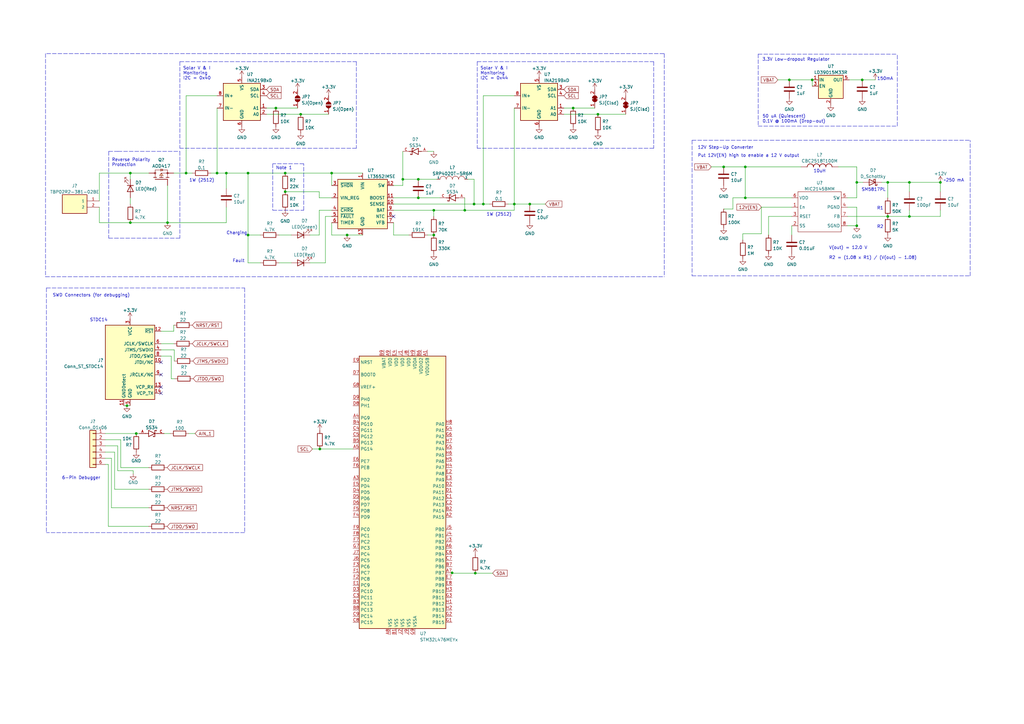
<source format=kicad_sch>
(kicad_sch (version 20211123) (generator eeschema)
  (paper "A3")
  (lib_symbols
    (symbol "AOD417:AOD417" (pin_numbers hide) (pin_names (offset 1.016) hide)
      (property "Reference" "Q" (at -8.89 3.81 0))
      (property "Value" "AOD417" (at -8.89 -6.35 0))
      (symbol "AOD417_0_0"
        (pin passive line (at -2.54 2.54 0) (length 2.54) (name "~") (number "1"))
        (pin passive line (at 2.54 5.08 270) (length 2.54) (name "~") (number "3"))
        (pin passive line (at 2.54 -5.08 90) (length 2.54) (name "~") (number "4"))
      )
    )
    (symbol "Analog_ADC:INA219BxD"
      (property "Reference" "U" (at -6.35 8.89 0))
      (property "Value" "INA219BxD" (at 5.08 8.89 0))
      (symbol "INA219BxD_1_1"
        (pin input line (at 10.16 -2.54 180) (length 2.54) (name "A1") (number "1"))
        (pin input line (at 10.16 -5.08 180) (length 2.54) (name "A0") (number "2"))
        (pin bidirectional line (at 10.16 5.08 180) (length 2.54) (name "SDA") (number "3"))
        (pin input line (at 10.16 2.54 180) (length 2.54) (name "SCL") (number "4"))
        (pin power_in line (at 0 10.16 270) (length 2.54) (name "VS") (number "5"))
        (pin power_in line (at 0 -10.16 90) (length 2.54) (name "GND") (number "6"))
        (pin input line (at -10.16 -2.54 0) (length 2.54) (name "IN-") (number "7"))
        (pin input line (at -10.16 2.54 0) (length 2.54) (name "IN+") (number "8"))
      )
    )
    (symbol "Battery_Management:LT3652IMSE" (pin_names (offset 1.016))
      (property "Reference" "U" (at -8.382 11.43 0))
      (property "Value" "LT3652IMSE" (at 1.778 11.684 0))
      (symbol "LT3652IMSE_1_1"
        (pin power_in line (at 0 12.7 270) (length 2.54) (name "VIN") (number "1"))
        (pin input line (at 12.7 0 180) (length 2.54) (name "SENSE") (number "10"))
        (pin input line (at 12.7 2.54 180) (length 2.54) (name "BOOST") (number "11"))
        (pin output line (at 12.7 7.62 180) (length 2.54) (name "SW") (number "12"))
        (pin power_in line (at 0 -12.7 90) (length 2.54) (name "GND") (number "13"))
        (pin input line (at -12.7 2.54 0) (length 2.54) (name "VIN_REG") (number "2"))
        (pin input line (at -12.7 7.62 0) (length 2.54) (name "~{SHDN}") (number "3"))
        (pin open_collector line (at -12.7 -2.54 0) (length 2.54) (name "~{CHRG}") (number "4"))
        (pin open_collector line (at -12.7 -5.08 0) (length 2.54) (name "~{FAULT}") (number "5"))
        (pin output line (at -12.7 -7.62 0) (length 2.54) (name "TIMER") (number "6"))
        (pin input line (at 12.7 -7.62 180) (length 2.54) (name "VFB") (number "7"))
        (pin input line (at 12.7 -5.08 180) (length 2.54) (name "NTC") (number "8"))
        (pin output line (at 12.7 -2.54 180) (length 2.54) (name "BAT") (number "9"))
      )
    )
    (symbol "CBC2518T100M:CBC2518T100M" (pin_numbers hide) (pin_names (offset 1.016) hide)
      (property "Reference" "L" (at -7.62 5.08 0))
      (property "Value" "CBC2518T100M" (at -7.62 2.54 0))
      (symbol "CBC2518T100M_0_0"
        (pin passive line (at -7.62 0 0) (length 2.54) (name "~") (number "1"))
        (pin passive line (at 7.62 0 180) (length 2.54) (name "~") (number "2"))
      )
    )
    (symbol "Connector:Conn_ST_STDC14"
      (property "Reference" "J" (at -8.89 16.51 0))
      (property "Value" "Conn_ST_STDC14" (at 17.78 16.51 0))
      (symbol "Conn_ST_STDC14_1_1"
        (pin no_connect line (at -10.16 5.08 0) (length 2.54) hide (name "NC") (number "1"))
        (pin output line (at 12.7 0 180) (length 2.54) (name "JTDI/NC") (number "10"))
        (pin passive line (at -2.54 -17.78 90) (length 2.54) (name "GNDDetect") (number "11"))
        (pin open_collector line (at 12.7 12.7 180) (length 2.54) (name "~{RST}") (number "12"))
        (pin output line (at 12.7 -10.16 180) (length 2.54) (name "VCP_RX") (number "13"))
        (pin input line (at 12.7 -12.7 180) (length 2.54) (name "VCP_TX") (number "14"))
        (pin no_connect line (at -10.16 2.54 0) (length 2.54) hide (name "NC") (number "2"))
        (pin power_in line (at 0 17.78 270) (length 2.54) (name "VCC") (number "3"))
        (pin bidirectional line (at 12.7 5.08 180) (length 2.54) (name "JTMS/SWDIO") (number "4"))
        (pin power_in line (at 0 -17.78 90) (length 2.54) (name "GND") (number "5"))
        (pin output line (at 12.7 7.62 180) (length 2.54) (name "JCLK/SWCLK") (number "6"))
        (pin passive line (at 0 -17.78 90) (length 2.54) hide (name "GND") (number "7"))
        (pin input line (at 12.7 2.54 180) (length 2.54) (name "JTDO/SWO") (number "8"))
        (pin input line (at 12.7 -5.08 180) (length 2.54) (name "JRCLK/NC") (number "9"))
      )
    )
    (symbol "Connector_Generic:Conn_01x06" (pin_names (offset 1.016) hide)
      (property "Reference" "J" (at 0 7.62 0))
      (property "Value" "Conn_01x06" (at 0 -10.16 0))
      (symbol "Conn_01x06_1_1"
        (pin passive line (at -5.08 5.08 0) (length 3.81) (name "Pin_1") (number "1"))
        (pin passive line (at -5.08 2.54 0) (length 3.81) (name "Pin_2") (number "2"))
        (pin passive line (at -5.08 0 0) (length 3.81) (name "Pin_3") (number "3"))
        (pin passive line (at -5.08 -2.54 0) (length 3.81) (name "Pin_4") (number "4"))
        (pin passive line (at -5.08 -5.08 0) (length 3.81) (name "Pin_5") (number "5"))
        (pin passive line (at -5.08 -7.62 0) (length 3.81) (name "Pin_6") (number "6"))
      )
    )
    (symbol "Device:C" (pin_numbers hide) (pin_names (offset 0.254))
      (property "Reference" "C" (at 0.635 2.54 0))
      (property "Value" "C" (at 0.635 -2.54 0))
      (symbol "C_1_1"
        (pin passive line (at 0 3.81 270) (length 2.794) (name "~") (number "1"))
        (pin passive line (at 0 -3.81 90) (length 2.794) (name "~") (number "2"))
      )
    )
    (symbol "Device:D_Schottky" (pin_numbers hide) (pin_names (offset 1.016) hide)
      (property "Reference" "D" (at 0 2.54 0))
      (property "Value" "D_Schottky" (at 0 -2.54 0))
      (symbol "D_Schottky_1_1"
        (pin passive line (at -3.81 0 0) (length 2.54) (name "K") (number "1"))
        (pin passive line (at 3.81 0 180) (length 2.54) (name "A") (number "2"))
      )
    )
    (symbol "Device:LED" (pin_numbers hide) (pin_names (offset 1.016) hide)
      (property "Reference" "D" (at 0 2.54 0))
      (property "Value" "LED" (at 0 -2.54 0))
      (symbol "LED_1_1"
        (pin passive line (at -3.81 0 0) (length 2.54) (name "K") (number "1"))
        (pin passive line (at 3.81 0 180) (length 2.54) (name "A") (number "2"))
      )
    )
    (symbol "Device:R" (pin_numbers hide) (pin_names (offset 0))
      (property "Reference" "R" (at 2.032 0 90))
      (property "Value" "R" (at 0 0 90))
      (symbol "R_1_1"
        (pin passive line (at 0 3.81 270) (length 1.27) (name "~") (number "1"))
        (pin passive line (at 0 -3.81 90) (length 1.27) (name "~") (number "2"))
      )
    )
    (symbol "Jumper:SolderJumper_2_Bridged" (pin_names (offset 0) hide)
      (property "Reference" "JP" (at 0 2.032 0))
      (property "Value" "SolderJumper_2_Bridged" (at 0 -2.54 0))
      (symbol "SolderJumper_2_Bridged_1_1"
        (pin passive line (at -3.81 0 0) (length 2.54) (name "A") (number "1"))
        (pin passive line (at 3.81 0 180) (length 2.54) (name "B") (number "2"))
      )
    )
    (symbol "Jumper:SolderJumper_2_Open" (pin_names (offset 0) hide)
      (property "Reference" "JP" (at 0 2.032 0))
      (property "Value" "SolderJumper_2_Open" (at 0 -2.54 0))
      (symbol "SolderJumper_2_Open_1_1"
        (pin passive line (at -3.81 0 0) (length 2.54) (name "A") (number "1"))
        (pin passive line (at 3.81 0 180) (length 2.54) (name "B") (number "2"))
      )
    )
    (symbol "MCU_ST_STM32L4:STM32L476MEYx"
      (property "Reference" "U" (at -17.78 57.15 0))
      (property "Value" "STM32L476MEYx" (at 12.7 57.15 0))
      (symbol "STM32L476MEYx_1_1"
        (pin power_in line (at 10.16 58.42 270) (length 2.54) (name "VDDUSB") (number "A1"))
        (pin bidirectional line (at 20.32 -10.16 180) (length 2.54) (name "PA15") (number "A2"))
        (pin bidirectional line (at -20.32 5.08 0) (length 2.54) (name "PD2") (number "A3"))
        (pin bidirectional line (at -20.32 30.48 0) (length 2.54) (name "PG9") (number "A4"))
        (pin bidirectional line (at -20.32 17.78 0) (length 2.54) (name "PG14") (number "A5"))
        (pin bidirectional line (at 20.32 -22.86 180) (length 2.54) (name "PB3") (number "A6"))
        (pin bidirectional line (at 20.32 -33.02 180) (length 2.54) (name "PB7") (number "A7"))
        (pin power_in line (at -5.08 -58.42 90) (length 2.54) (name "VSS") (number "A8"))
        (pin power_in line (at -5.08 58.42 270) (length 2.54) (name "VDD") (number "A9"))
        (pin power_in line (at -2.54 -58.42 90) (length 2.54) (name "VSS") (number "B1"))
        (pin bidirectional line (at 20.32 -7.62 180) (length 2.54) (name "PA14") (number "B2"))
        (pin bidirectional line (at -20.32 -45.72 0) (length 2.54) (name "PC12") (number "B3"))
        (pin bidirectional line (at -20.32 27.94 0) (length 2.54) (name "PG10") (number "B4"))
        (pin bidirectional line (at -20.32 20.32 0) (length 2.54) (name "PG13") (number "B5"))
        (pin power_in line (at 7.62 58.42 270) (length 2.54) (name "VDDIO2") (number "B6"))
        (pin bidirectional line (at 20.32 -30.48 180) (length 2.54) (name "PB6") (number "B7"))
        (pin bidirectional line (at -20.32 -48.26 0) (length 2.54) (name "PC13") (number "B8"))
        (pin power_in line (at -7.62 58.42 270) (length 2.54) (name "VBAT") (number "B9"))
        (pin bidirectional line (at 20.32 -2.54 180) (length 2.54) (name "PA12") (number "C1"))
        (pin bidirectional line (at 20.32 -5.08 180) (length 2.54) (name "PA13") (number "C2"))
        (pin bidirectional line (at -20.32 -43.18 0) (length 2.54) (name "PC11") (number "C3"))
        (pin bidirectional line (at -20.32 25.4 0) (length 2.54) (name "PG11") (number "C4"))
        (pin bidirectional line (at -20.32 22.86 0) (length 2.54) (name "PG12") (number "C5"))
        (pin bidirectional line (at 20.32 -25.4 180) (length 2.54) (name "PB4") (number "C6"))
        (pin bidirectional line (at 20.32 -27.94 180) (length 2.54) (name "PB5") (number "C7"))
        (pin bidirectional line (at -20.32 -53.34 0) (length 2.54) (name "PC15") (number "C8"))
        (pin bidirectional line (at -20.32 -50.8 0) (length 2.54) (name "PC14") (number "C9"))
        (pin bidirectional line (at 20.32 0 180) (length 2.54) (name "PA11") (number "D1"))
        (pin bidirectional line (at 20.32 2.54 180) (length 2.54) (name "PA10") (number "D2"))
        (pin bidirectional line (at -20.32 -40.64 0) (length 2.54) (name "PC10") (number "D3"))
        (pin bidirectional line (at -20.32 0 0) (length 2.54) (name "PD5") (number "D4"))
        (pin bidirectional line (at -20.32 -2.54 0) (length 2.54) (name "PD6") (number "D5"))
        (pin bidirectional line (at -20.32 -5.08 0) (length 2.54) (name "PD7") (number "D6"))
        (pin input line (at -20.32 48.26 0) (length 2.54) (name "BOOT0") (number "D7"))
        (pin input line (at -20.32 35.56 0) (length 2.54) (name "PH1") (number "D8"))
        (pin input line (at -20.32 38.1 0) (length 2.54) (name "PH0") (number "D9"))
        (pin bidirectional line (at -20.32 -38.1 0) (length 2.54) (name "PC9") (number "E1"))
        (pin bidirectional line (at 20.32 7.62 180) (length 2.54) (name "PA8") (number "E2"))
        (pin bidirectional line (at 20.32 5.08 180) (length 2.54) (name "PA9") (number "E3"))
        (pin power_in line (at -2.54 58.42 270) (length 2.54) (name "VDD") (number "E4"))
        (pin bidirectional line (at -20.32 2.54 0) (length 2.54) (name "PD4") (number "E5"))
        (pin bidirectional line (at -20.32 12.7 0) (length 2.54) (name "PE7") (number "E6"))
        (pin bidirectional line (at 20.32 -35.56 180) (length 2.54) (name "PB8") (number "E7"))
        (pin bidirectional line (at 20.32 -38.1 180) (length 2.54) (name "PB9") (number "E8"))
        (pin input line (at -20.32 53.34 0) (length 2.54) (name "NRST") (number "E9"))
        (pin bidirectional line (at -20.32 -33.02 0) (length 2.54) (name "PC7") (number "F1"))
        (pin bidirectional line (at -20.32 -35.56 0) (length 2.54) (name "PC8") (number "F2"))
        (pin bidirectional line (at -20.32 -30.48 0) (length 2.54) (name "PC6") (number "F3"))
        (pin bidirectional line (at -20.32 -10.16 0) (length 2.54) (name "PD9") (number "F4"))
        (pin bidirectional line (at -20.32 -7.62 0) (length 2.54) (name "PD8") (number "F5"))
        (pin bidirectional line (at -20.32 10.16 0) (length 2.54) (name "PE8") (number "F6"))
        (pin bidirectional line (at -20.32 -20.32 0) (length 2.54) (name "PC2") (number "F7"))
        (pin bidirectional line (at -20.32 -17.78 0) (length 2.54) (name "PC1") (number "F8"))
        (pin bidirectional line (at -20.32 -15.24 0) (length 2.54) (name "PC0") (number "F9"))
        (pin bidirectional line (at 20.32 -53.34 180) (length 2.54) (name "PB15") (number "G1"))
        (pin bidirectional line (at 20.32 -50.8 180) (length 2.54) (name "PB14") (number "G2"))
        (pin bidirectional line (at 20.32 -43.18 180) (length 2.54) (name "PB11") (number "G3"))
        (pin bidirectional line (at 20.32 25.4 180) (length 2.54) (name "PA1") (number "G4"))
        (pin bidirectional line (at 20.32 17.78 180) (length 2.54) (name "PA4") (number "G5"))
        (pin bidirectional line (at 20.32 22.86 180) (length 2.54) (name "PA2") (number "G6"))
        (pin bidirectional line (at -20.32 -22.86 0) (length 2.54) (name "PC3") (number "G7"))
        (pin bidirectional line (at -20.32 43.18 0) (length 2.54) (name "VREF+") (number "G8"))
        (pin power_in line (at 5.08 -58.42 90) (length 2.54) (name "VSSA") (number "G9"))
        (pin bidirectional line (at 20.32 -45.72 180) (length 2.54) (name "PB12") (number "H1"))
        (pin bidirectional line (at 20.32 -48.26 180) (length 2.54) (name "PB13") (number "H2"))
        (pin bidirectional line (at 20.32 -40.64 180) (length 2.54) (name "PB10") (number "H3"))
        (pin bidirectional line (at 20.32 10.16 180) (length 2.54) (name "PA7") (number "H4"))
        (pin bidirectional line (at 20.32 12.7 180) (length 2.54) (name "PA6") (number "H5"))
        (pin bidirectional line (at 20.32 15.24 180) (length 2.54) (name "PA5") (number "H6"))
        (pin bidirectional line (at 20.32 20.32 180) (length 2.54) (name "PA3") (number "H7"))
        (pin bidirectional line (at 20.32 27.94 180) (length 2.54) (name "PA0") (number "H8"))
        (pin power_in line (at 5.08 58.42 270) (length 2.54) (name "VDDA") (number "H9"))
        (pin power_in line (at 0 58.42 270) (length 2.54) (name "VDD") (number "J1"))
        (pin power_in line (at 0 -58.42 90) (length 2.54) (name "VSS") (number "J2"))
        (pin bidirectional line (at 20.32 -20.32 180) (length 2.54) (name "PB2") (number "J3"))
        (pin bidirectional line (at 20.32 -17.78 180) (length 2.54) (name "PB1") (number "J4"))
        (pin bidirectional line (at 20.32 -15.24 180) (length 2.54) (name "PB0") (number "J5"))
        (pin bidirectional line (at -20.32 -27.94 0) (length 2.54) (name "PC5") (number "J6"))
        (pin bidirectional line (at -20.32 -25.4 0) (length 2.54) (name "PC4") (number "J7"))
        (pin power_in line (at 2.54 58.42 270) (length 2.54) (name "VDD") (number "J8"))
        (pin power_in line (at 2.54 -58.42 90) (length 2.54) (name "VSS") (number "J9"))
      )
    )
    (symbol "MIC2145BMM:MIC2145BMM"
      (property "Reference" "U" (at 0 0 0))
      (property "Value" "MIC2145BMM" (at 0 0 0))
      (symbol "MIC2145BMM_1_1"
        (pin input line (at -11.43 -8.89 0) (length 2.54) (name "En") (number "1"))
        (pin input line (at -11.43 -16.51 0) (length 2.54) (name "SS") (number "2"))
        (pin input line (at -11.43 -12.7 0) (length 2.54) (name "RSET") (number "3"))
        (pin passive line (at 11.43 -8.89 180) (length 2.54) (name "PGND") (number "4"))
        (pin input line (at 11.43 -5.08 180) (length 2.54) (name "SW") (number "5"))
        (pin input line (at -11.43 -5.08 0) (length 2.54) (name "VDD") (number "6"))
        (pin input line (at 11.43 -12.7 180) (length 2.54) (name "FB") (number "7"))
        (pin passive line (at 11.43 -16.51 180) (length 2.54) (name "SGND") (number "8"))
      )
    )
    (symbol "Regulator_Linear:LD39015M33R" (pin_names (offset 0.254))
      (property "Reference" "U" (at -3.81 5.715 0))
      (property "Value" "LD39015M33R" (at 0 5.715 0))
      (symbol "LD39015M33R_1_1"
        (pin power_in line (at -7.62 2.54 0) (length 2.54) (name "IN") (number "1"))
        (pin power_in line (at 0 -7.62 90) (length 2.54) (name "GND") (number "2"))
        (pin input line (at -7.62 0 0) (length 2.54) (name "EN") (number "3"))
        (pin no_connect line (at 5.08 0 180) (length 2.54) hide (name "NC") (number "4"))
        (pin power_out line (at 7.62 2.54 180) (length 2.54) (name "OUT") (number "5"))
      )
    )
    (symbol "SS34:SS34" (pin_names (offset 1.016) hide)
      (property "Reference" "D" (at -5.08 2.54 0))
      (property "Value" "SS34" (at -5.08 -3.81 0))
      (symbol "SS34_0_0"
        (pin passive line (at -5.08 0 0) (length 2.54) (name "~") (number "A"))
        (pin passive line (at 5.08 0 180) (length 2.54) (name "~") (number "C"))
      )
    )
    (symbol "TBP02R2-381-02BE:TBP02R2-381-02BE" (pin_names (offset 1.016))
      (property "Reference" "J" (at -5.588 5.08 0))
      (property "Value" "TBP02R2-381-02BE" (at -5.08 -5.08 0))
      (symbol "TBP02R2-381-02BE_0_0"
        (pin passive line (at -10.16 2.54 0) (length 5.08) (name "1") (number "1"))
        (pin passive line (at -10.16 0 0) (length 5.08) (name "2") (number "2"))
      )
    )
    (symbol "power:+12V" (power) (pin_names (offset 0))
      (property "Value" "+12V" (at 0 3.556 0))
      (symbol "+12V_1_1"
        (pin power_in line (at 0 0 90) (length 0) hide (name "+12V") (number "1"))
      )
    )
    (symbol "power:+3.3V" (power) (pin_names (offset 0))
      (property "Value" "+3.3V" (at 0 3.556 0))
      (symbol "+3.3V_1_1"
        (pin power_in line (at 0 0 90) (length 0) hide (name "+3.3V") (number "1"))
      )
    )
    (symbol "power:GND" (power) (pin_names (offset 0))
      (property "Value" "GND" (at 0 -3.81 0))
      (symbol "GND_1_1"
        (pin power_in line (at 0 0 270) (length 0) hide (name "GND") (number "1"))
      )
    )
    (symbol "pspice:INDUCTOR" (pin_numbers hide) (pin_names (offset 0))
      (property "Reference" "L" (at 0 2.54 0))
      (property "Value" "INDUCTOR" (at 0 -1.27 0))
      (symbol "INDUCTOR_1_1"
        (pin input line (at -6.35 0 0) (length 1.27) (name "1") (number "1"))
        (pin input line (at 6.35 0 180) (length 1.27) (name "2") (number "2"))
      )
    )
  )
  (junction (at 296.799 68.453))
  (junction (at 185.42 234.95))
  (junction (at 235.077 44.323))
  (junction (at 142.367 96.393))
  (junction (at 305.689 68.453))
  (junction (at 372.999 88.773))
  (junction (at 323.7484 32.766))
  (junction (at 116.967 70.993))
  (junction (at 351.409 92.583))
  (junction (at 68.707 91.313))
  (junction (at 217.297 83.693))
  (junction (at 101.727 96.393))
  (junction (at 198.247 83.693))
  (junction (at 136.017 70.993))
  (junction (at 364.109 88.773))
  (junction (at 177.927 96.393))
  (junction (at 177.927 86.233))
  (junction (at 194.437 83.693))
  (junction (at 194.945 235.077))
  (junction (at 165.227 73.533))
  (junction (at 53.467 91.313))
  (junction (at 76.327 70.993))
  (junction (at 210.947 83.693))
  (junction (at 333.121 32.766))
  (junction (at 53.467 70.993))
  (junction (at 245.237 46.863))
  (junction (at 353.6442 32.766))
  (junction (at 190.627 86.233))
  (junction (at 52.07 166.37))
  (junction (at 116.967 78.613))
  (junction (at 101.727 70.993))
  (junction (at 385.699 74.803))
  (junction (at 364.109 74.803))
  (junction (at 351.409 74.803))
  (junction (at 55.88 177.8))
  (junction (at 372.999 74.803))
  (junction (at 92.837 70.993))
  (junction (at 131.191 184.15))
  (junction (at 171.577 81.153))
  (junction (at 171.577 73.533))
  (junction (at 113.157 44.323))
  (junction (at 123.317 46.863))
  (junction (at 89.027 70.993))
  (junction (at 305.689 81.153))
  (no_connect (at 66.04 161.29))
  (no_connect (at 66.04 158.75))
  (no_connect (at 161.417 88.773))
  (no_connect (at 66.04 148.59))
  (no_connect (at 66.04 153.67))
  (polyline (pts (xy 146.177 25.273) (xy 146.177 60.833)))
  (wire (pts (xy 77.47 177.8) (xy 80.01 177.8)))
  (wire (pts (xy 52.07 166.37) (xy 53.34 166.37)))
  (wire (pts (xy 133.477 107.823) (xy 133.477 88.773)))
  (wire (pts (xy 109.347 46.863) (xy 123.317 46.863)))
  (wire (pts (xy 175.387 62.103) (xy 177.927 62.103)))
  (wire (pts (xy 130.937 81.153) (xy 136.017 81.153)))
  (polyline (pts (xy 44.577 62.103) (xy 48.387 62.103)))
  (wire (pts (xy 53.467 70.993) (xy 53.467 73.533)))
  (wire (pts (xy 92.837 91.313) (xy 92.837 84.963)))
  (wire (pts (xy 348.361 32.766) (xy 353.6442 32.766)))
  (wire (pts (xy 305.689 81.153) (xy 324.739 81.153)))
  (wire (pts (xy 210.947 86.233) (xy 210.947 83.693)))
  (wire (pts (xy 92.837 70.993) (xy 101.727 70.993)))
  (wire (pts (xy 43.18 190.5) (xy 44.45 190.5)))
  (polyline (pts (xy 18.669 113.538) (xy 272.415 113.538)))
  (wire (pts (xy 54.61 193.04) (xy 54.61 194.31)))
  (wire (pts (xy 53.467 91.313) (xy 68.707 91.313)))
  (polyline (pts (xy 268.097 60.833) (xy 195.707 60.833)))
  (wire (pts (xy 68.707 76.073) (xy 68.707 91.313)))
  (wire (pts (xy 351.409 74.803) (xy 351.409 81.153)))
  (wire (pts (xy 128.143 184.15) (xy 131.191 184.15)))
  (polyline (pts (xy 44.577 97.663) (xy 48.387 97.663)))
  (wire (pts (xy 49.53 180.34) (xy 49.53 191.77)))
  (polyline (pts (xy 44.577 62.103) (xy 44.577 97.663)))
  (wire (pts (xy 315.214 88.773) (xy 324.739 88.773)))
  (polyline (pts (xy 124.587 86.233) (xy 124.587 67.183)))
  (wire (pts (xy 300.609 85.725) (xy 296.799 85.725)))
  (wire (pts (xy 385.699 86.233) (xy 385.699 88.773)))
  (wire (pts (xy 364.109 88.773) (xy 372.999 88.773)))
  (wire (pts (xy 86.487 70.993) (xy 89.027 70.993)))
  (wire (pts (xy 40.767 82.423) (xy 40.767 70.993)))
  (wire (pts (xy 66.04 146.05) (xy 70.231 146.05)))
  (polyline (pts (xy 272.288 21.971) (xy 18.669 21.971)))
  (wire (pts (xy 245.237 46.863) (xy 256.667 46.863)))
  (wire (pts (xy 130.937 96.393) (xy 130.937 86.233)))
  (polyline (pts (xy 283.845 57.531) (xy 397.891 57.531)))
  (wire (pts (xy 171.577 73.533) (xy 179.197 73.533)))
  (wire (pts (xy 185.42 235.077) (xy 194.945 235.077)))
  (wire (pts (xy 385.699 78.613) (xy 385.699 74.803)))
  (wire (pts (xy 194.437 73.533) (xy 194.437 83.693)))
  (wire (pts (xy 46.99 185.42) (xy 46.99 200.66)))
  (wire (pts (xy 68.707 91.313) (xy 92.837 91.313)))
  (polyline (pts (xy 283.845 113.157) (xy 397.891 113.157)))
  (wire (pts (xy 165.227 76.073) (xy 165.227 73.533)))
  (polyline (pts (xy 18.669 21.971) (xy 18.669 113.538)))
  (wire (pts (xy 165.227 62.103) (xy 165.227 73.533)))
  (wire (pts (xy 43.18 182.88) (xy 48.26 182.88)))
  (wire (pts (xy 123.317 46.863) (xy 134.747 46.863)))
  (polyline (pts (xy 195.707 25.273) (xy 195.707 60.833)))
  (wire (pts (xy 161.417 81.153) (xy 171.577 81.153)))
  (wire (pts (xy 372.999 74.803) (xy 372.999 78.613)))
  (wire (pts (xy 136.017 96.393) (xy 142.367 96.393)))
  (wire (pts (xy 40.767 84.963) (xy 40.767 91.313)))
  (wire (pts (xy 43.18 185.42) (xy 46.99 185.42)))
  (wire (pts (xy 43.18 187.96) (xy 45.72 187.96)))
  (wire (pts (xy 136.017 70.993) (xy 148.717 70.993)))
  (wire (pts (xy 44.45 190.5) (xy 44.45 215.9)))
  (wire (pts (xy 194.945 235.077) (xy 202.057 235.077)))
  (wire (pts (xy 114.427 96.393) (xy 119.507 96.393)))
  (wire (pts (xy 198.247 83.693) (xy 200.787 83.693)))
  (wire (pts (xy 175.387 96.393) (xy 177.927 96.393)))
  (wire (pts (xy 235.077 44.323) (xy 243.967 44.323)))
  (wire (pts (xy 210.947 83.693) (xy 217.297 83.693)))
  (wire (pts (xy 101.727 96.393) (xy 106.807 96.393)))
  (wire (pts (xy 300.609 81.153) (xy 305.689 81.153)))
  (wire (pts (xy 92.837 70.993) (xy 92.837 77.343)))
  (wire (pts (xy 364.109 74.803) (xy 364.109 81.153)))
  (wire (pts (xy 198.247 39.243) (xy 210.947 39.243)))
  (polyline (pts (xy 100.33 118.11) (xy 100.33 218.44)))
  (wire (pts (xy 319.024 32.766) (xy 323.7484 32.766)))
  (wire (pts (xy 43.18 177.8) (xy 55.88 177.8)))
  (wire (pts (xy 312.293 95.885) (xy 304.673 95.885)))
  (wire (pts (xy 49.53 191.77) (xy 60.96 191.77)))
  (wire (pts (xy 76.327 39.243) (xy 89.027 39.243)))
  (polyline (pts (xy 272.415 21.971) (xy 272.415 113.538)))
  (wire (pts (xy 66.04 143.51) (xy 71.501 143.51)))
  (wire (pts (xy 101.727 96.393) (xy 101.727 107.823)))
  (polyline (pts (xy 73.787 25.273) (xy 146.177 25.273)))
  (wire (pts (xy 372.999 86.233) (xy 372.999 88.773)))
  (wire (pts (xy 312.293 84.963) (xy 312.293 95.885)))
  (polyline (pts (xy 111.887 86.233) (xy 124.587 86.233)))
  (wire (pts (xy 70.231 155.321) (xy 71.628 155.321)))
  (wire (pts (xy 372.999 74.803) (xy 364.109 74.803)))
  (wire (pts (xy 177.927 86.233) (xy 177.927 88.773)))
  (wire (pts (xy 305.689 68.453) (xy 328.549 68.453)))
  (polyline (pts (xy 111.887 67.183) (xy 111.887 69.723)))
  (polyline (pts (xy 310.9468 22.1996) (xy 368.046 22.1996)))
  (wire (pts (xy 70.231 146.05) (xy 70.231 155.321)))
  (wire (pts (xy 343.789 68.453) (xy 351.409 68.453)))
  (wire (pts (xy 210.947 44.323) (xy 210.947 83.693)))
  (wire (pts (xy 208.407 83.693) (xy 210.947 83.693)))
  (wire (pts (xy 40.767 70.993) (xy 53.467 70.993)))
  (wire (pts (xy 44.45 215.9) (xy 60.96 215.9)))
  (wire (pts (xy 89.027 44.323) (xy 89.027 70.993)))
  (wire (pts (xy 133.477 88.773) (xy 136.017 88.773)))
  (polyline (pts (xy 397.891 113.157) (xy 397.891 57.531)))
  (polyline (pts (xy 73.787 97.663) (xy 48.387 97.663)))
  (wire (pts (xy 190.627 81.153) (xy 190.627 86.233)))
  (wire (pts (xy 101.727 107.823) (xy 106.807 107.823)))
  (wire (pts (xy 161.417 86.233) (xy 177.927 86.233)))
  (wire (pts (xy 161.417 96.393) (xy 167.767 96.393)))
  (wire (pts (xy 351.409 84.963) (xy 351.409 92.583)))
  (wire (pts (xy 351.409 68.453) (xy 351.409 74.803)))
  (polyline (pts (xy 19.05 118.11) (xy 100.33 118.11)))
  (wire (pts (xy 361.569 74.803) (xy 364.109 74.803)))
  (wire (pts (xy 76.327 70.993) (xy 78.867 70.993)))
  (wire (pts (xy 165.227 73.533) (xy 171.577 73.533)))
  (wire (pts (xy 50.8 166.37) (xy 52.07 166.37)))
  (wire (pts (xy 300.609 81.153) (xy 300.609 85.725)))
  (wire (pts (xy 296.799 68.453) (xy 305.689 68.453)))
  (polyline (pts (xy 268.097 25.273) (xy 268.097 60.833)))
  (wire (pts (xy 142.367 96.393) (xy 148.717 96.393)))
  (wire (pts (xy 323.7484 32.766) (xy 333.121 32.766)))
  (wire (pts (xy 177.927 86.233) (xy 190.627 86.233)))
  (wire (pts (xy 333.121 32.766) (xy 333.121 35.306)))
  (wire (pts (xy 101.727 70.993) (xy 116.967 70.993)))
  (wire (pts (xy 109.347 44.323) (xy 113.157 44.323)))
  (wire (pts (xy 194.437 83.693) (xy 198.247 83.693)))
  (wire (pts (xy 231.267 44.323) (xy 235.077 44.323)))
  (wire (pts (xy 324.739 84.963) (xy 312.293 84.963)))
  (wire (pts (xy 347.599 88.773) (xy 364.109 88.773)))
  (wire (pts (xy 43.18 180.34) (xy 49.53 180.34)))
  (wire (pts (xy 353.6442 32.766) (xy 359.0036 32.766)))
  (wire (pts (xy 131.191 184.15) (xy 144.78 184.15)))
  (wire (pts (xy 71.501 143.51) (xy 71.501 148.082)))
  (polyline (pts (xy 310.9468 22.1742) (xy 310.9468 51.7144)))
  (wire (pts (xy 136.017 91.313) (xy 136.017 96.393)))
  (polyline (pts (xy 48.387 62.103) (xy 73.787 62.103)))
  (wire (pts (xy 351.409 81.153) (xy 347.599 81.153)))
  (polyline (pts (xy 310.9468 51.7144) (xy 368.046 51.7144)))
  (wire (pts (xy 161.417 83.693) (xy 194.437 83.693)))
  (wire (pts (xy 46.99 200.66) (xy 60.96 200.66)))
  (wire (pts (xy 66.04 140.97) (xy 71.247 140.97)))
  (wire (pts (xy 67.31 177.8) (xy 69.85 177.8)))
  (wire (pts (xy 71.247 135.89) (xy 71.247 133.35)))
  (wire (pts (xy 45.72 208.28) (xy 60.96 208.28)))
  (wire (pts (xy 53.467 70.993) (xy 61.087 70.993)))
  (wire (pts (xy 127.127 107.823) (xy 133.477 107.823)))
  (wire (pts (xy 71.247 70.993) (xy 76.327 70.993)))
  (polyline (pts (xy 19.05 118.11) (xy 19.05 218.44)))
  (polyline (pts (xy 124.587 67.183) (xy 111.887 67.183)))
  (wire (pts (xy 127.127 96.393) (xy 130.937 96.393)))
  (wire (pts (xy 347.599 84.963) (xy 351.409 84.963)))
  (wire (pts (xy 190.627 86.233) (xy 210.947 86.233)))
  (wire (pts (xy 40.767 91.313) (xy 53.467 91.313)))
  (polyline (pts (xy 283.845 57.531) (xy 283.845 113.157)))
  (wire (pts (xy 76.327 39.243) (xy 76.327 70.993)))
  (polyline (pts (xy 73.787 25.273) (xy 73.787 60.833)))
  (polyline (pts (xy 146.177 60.833) (xy 73.787 60.833)))
  (wire (pts (xy 161.417 76.073) (xy 165.227 76.073)))
  (wire (pts (xy 372.999 88.773) (xy 385.699 88.773)))
  (wire (pts (xy 324.739 92.583) (xy 324.739 96.393)))
  (wire (pts (xy 191.897 73.533) (xy 194.437 73.533)))
  (wire (pts (xy 231.267 46.863) (xy 245.237 46.863)))
  (polyline (pts (xy 195.707 25.273) (xy 268.097 25.273)))
  (wire (pts (xy 53.467 81.153) (xy 53.467 83.693)))
  (wire (pts (xy 217.297 83.693) (xy 223.647 83.693)))
  (wire (pts (xy 161.417 91.313) (xy 161.417 96.393)))
  (wire (pts (xy 198.247 39.243) (xy 198.247 83.693)))
  (wire (pts (xy 291.719 68.453) (xy 296.799 68.453)))
  (polyline (pts (xy 368.046 51.7144) (xy 368.046 22.1996)))
  (wire (pts (xy 385.699 74.803) (xy 372.999 74.803)))
  (wire (pts (xy 351.409 92.583) (xy 347.599 92.583)))
  (wire (pts (xy 45.72 187.96) (xy 45.72 208.28)))
  (wire (pts (xy 114.427 107.823) (xy 119.507 107.823)))
  (polyline (pts (xy 111.887 69.723) (xy 111.887 86.233)))
  (wire (pts (xy 116.967 70.993) (xy 136.017 70.993)))
  (wire (pts (xy 130.937 86.233) (xy 136.017 86.233)))
  (wire (pts (xy 315.214 88.773) (xy 315.214 96.393)))
  (wire (pts (xy 305.689 68.453) (xy 305.689 81.153)))
  (wire (pts (xy 304.673 95.885) (xy 304.673 98.425)))
  (wire (pts (xy 113.157 44.323) (xy 122.047 44.323)))
  (wire (pts (xy 89.027 70.993) (xy 92.837 70.993)))
  (wire (pts (xy 136.017 70.993) (xy 136.017 76.073)))
  (wire (pts (xy 48.26 182.88) (xy 48.26 193.04)))
  (wire (pts (xy 55.88 177.8) (xy 57.15 177.8)))
  (wire (pts (xy 116.967 78.613) (xy 130.937 78.613)))
  (wire (pts (xy 171.577 81.153) (xy 180.467 81.153)))
  (polyline (pts (xy 100.33 218.44) (xy 19.05 218.44)))
  (wire (pts (xy 351.409 74.803) (xy 353.949 74.803)))
  (polyline (pts (xy 73.787 62.103) (xy 73.787 97.663)))
  (wire (pts (xy 101.727 70.993) (xy 101.727 96.393)))
  (wire (pts (xy 66.04 135.89) (xy 71.247 135.89)))
  (wire (pts (xy 130.937 78.613) (xy 130.937 81.153)))
  (wire (pts (xy 48.26 193.04) (xy 54.61 193.04)))
  (text "Solar V & I\nMonitoring\nI2C = 0x44" (at 196.977 32.893 0) (effects (font (size 1.27 1.27)) (justify left bottom)))
  (text "3.3V Low-dropout Regulator" (at 312.5978 25.2222 0) (effects (font (size 1.27 1.27)) (justify left bottom)))
  (text "STDC14" (at 36.83 132.08 0) (effects (font (size 1.27 1.27)) (justify left bottom)))
  (text "150mA" (at 359.7402 33.1216 0) (effects (font (size 1.27 1.27)) (justify left bottom)))
  (text "Reverse Polarity\nProtection" (at 45.847 68.453 0) (effects (font (size 1.27 1.27)) (justify left bottom)))
  (text "1W (2512)" (at 77.597 74.803 0) (effects (font (size 1.27 1.27)) (justify left bottom)))
  (text "Put 12V(EN) high to enable a 12 V output" (at 286.131 64.643 0) (effects (font (size 1.27 1.27)) (justify left bottom)))
  (text "Fault" (at 95.377 107.823 0) (effects (font (size 1.27 1.27)) (justify left bottom)))
  (text "10uH" (at 333.629 70.993 0) (effects (font (size 1.27 1.27)) (justify left bottom)))
  (text "Note 1" (at 113.157 69.723 0) (effects (font (size 1.27 1.27)) (justify left bottom)))
  (text "6-Pin Debugger" (at 25.4 196.85 0) (effects (font (size 1.27 1.27)) (justify left bottom)))
  (text "Solar V & I\nMonitoring\nI2C = 0x40" (at 75.057 32.893 0) (effects (font (size 1.27 1.27)) (justify left bottom)))
  (text "SM5817PL" (at 353.314 78.613 0) (effects (font (size 1.27 1.27)) (justify left bottom)))
  (text "SWD Connectors (for debugging)" (at 21.59 121.92 0) (effects (font (size 1.27 1.27)) (justify left bottom)))
  (text "50 uA (Quiescent)\n0.1V @ 100mA (Drop-out)" (at 312.6994 50.5968 0) (effects (font (size 1.27 1.27)) (justify left bottom)))
  (text "1W (2512)" (at 199.517 88.773 0) (effects (font (size 1.27 1.27)) (justify left bottom)))
  (text "V(out) = 12.0 V\n\nR2 = (1.08 x R1) / (V(out) - 1.08)" (at 339.979 106.553 0) (effects (font (size 1.27 1.27)) (justify left bottom)))
  (text "Charging" (at 92.837 96.393 0) (effects (font (size 1.27 1.27)) (justify left bottom)))
  (text "R1" (at 359.664 86.233 0) (effects (font (size 1.27 1.27)) (justify left bottom)))
  (text "~250 mA" (at 386.969 74.803 0) (effects (font (size 1.27 1.27)) (justify left bottom)))
  (text "R2" (at 359.664 93.853 0) (effects (font (size 1.27 1.27)) (justify left bottom)))
  (text "12V Step-Up Converter" (at 286.131 61.341 0) (effects (font (size 1.27 1.27)) (justify left bottom)))
  (global_label "SCL" (shape input) (at 231.267 39.243 0) (property "Intersheet References" "${INTERSHEET_REFS}" (effects hide)))
  (global_label "SDA" (shape input) (at 202.057 235.077 0) (property "Intersheet References" "${INTERSHEET_REFS}" (effects hide)))
  (global_label "JTMS{slash}SWDIO" (shape input) (at 79.121 148.082 0) (property "Intersheet References" "${INTERSHEET_REFS}" (effects hide)))
  (global_label "SDA" (shape input) (at 109.347 36.703 0) (property "Intersheet References" "${INTERSHEET_REFS}" (effects hide)))
  (global_label "VBAT" (shape input) (at 319.024 32.766 180) (property "Intersheet References" "${INTERSHEET_REFS}" (effects hide)))
  (global_label "AIN_1" (shape input) (at 80.01 177.8 0) (property "Intersheet References" "${INTERSHEET_REFS}" (effects hide)))
  (global_label "SDA" (shape input) (at 231.267 36.703 0) (property "Intersheet References" "${INTERSHEET_REFS}" (effects hide)))
  (global_label "SCL" (shape input) (at 109.347 39.243 0) (property "Intersheet References" "${INTERSHEET_REFS}" (effects hide)))
  (global_label "JCLK{slash}SWCLK" (shape input) (at 68.58 191.77 0) (property "Intersheet References" "${INTERSHEET_REFS}" (effects hide)))
  (global_label "VBAT" (shape input) (at 291.719 68.453 180) (property "Intersheet References" "${INTERSHEET_REFS}" (effects hide)))
  (global_label "JTMS{slash}SWDIO" (shape input) (at 68.58 200.66 0) (property "Intersheet References" "${INTERSHEET_REFS}" (effects hide)))
  (global_label "NRST{slash}RST" (shape input) (at 78.867 133.35 0) (property "Intersheet References" "${INTERSHEET_REFS}" (effects hide)))
  (global_label "SCL" (shape input) (at 128.143 184.15 180) (property "Intersheet References" "${INTERSHEET_REFS}" (effects hide)))
  (global_label "JCLK{slash}SWCLK" (shape input) (at 78.867 140.97 0) (property "Intersheet References" "${INTERSHEET_REFS}" (effects hide)))
  (global_label "JTDO{slash}SWO" (shape input) (at 68.58 215.9 0) (property "Intersheet References" "${INTERSHEET_REFS}" (effects hide)))
  (global_label "JTDO{slash}SWO" (shape input) (at 79.248 155.321 0) (property "Intersheet References" "${INTERSHEET_REFS}" (effects hide)))
  (global_label "VBAT" (shape input) (at 223.647 83.693 0) (property "Intersheet References" "${INTERSHEET_REFS}" (effects hide)))
  (global_label "12V(EN)" (shape input) (at 312.293 84.963 180) (property "Intersheet References" "${INTERSHEET_REFS}" (effects hide)))
  (global_label "NRST{slash}RST" (shape input) (at 68.58 208.28 0) (property "Intersheet References" "${INTERSHEET_REFS}" (effects hide)))
  (symbol (lib_id "Device:R") (at 75.438 155.321 90) (unit 1)
    (property "Reference" "R?" (at 75.438 150.6052 90))
    (property "Value" "22" (at 75.438 153.1421 90))
  )
  (symbol (lib_id "Device:R") (at 304.673 102.235 180) (unit 1)
    (property "Reference" "R?" (at 306.451 101.4003 0) (effects (justify right)))
    (property "Value" "1M" (at 306.451 103.9372 0) (effects (justify right)))
  )
  (symbol (lib_id "power:GND") (at 245.237 54.483 0) (unit 1)
    (property "Reference" "#PWR?" (effects hide))
    (property "Value" "GND" (at 245.237 58.9264 0))
  )
  (symbol (lib_id "power:GND") (at 55.88 185.42 0) (unit 1)
    (property "Reference" "#PWR?" (effects hide))
    (property "Value" "GND" (at 55.88 188.9958 0))
  )
  (symbol (lib_id "Device:R") (at 296.799 89.535 180) (unit 1)
    (property "Reference" "R?" (at 298.577 88.7003 0) (effects (justify right)))
    (property "Value" "100K" (at 298.577 91.2372 0) (effects (justify right)))
  )
  (symbol (lib_id "power:+3.3V") (at 134.747 39.243 0) (unit 1)
    (property "Reference" "#PWR?" (effects hide))
    (property "Value" "+3.3V" (at 134.747 35.6672 0))
  )
  (symbol (lib_id "Device:C") (at 385.699 82.423 0) (unit 1)
    (property "Reference" "C?" (at 388.62 81.5883 0) (effects (justify left)))
    (property "Value" "10uF" (at 388.62 84.1252 0) (effects (justify left)))
  )
  (symbol (lib_id "Device:R") (at 82.677 70.993 90) (unit 1)
    (property "Reference" "R?" (at 82.677 66.2772 90))
    (property "Value" "0.1" (at 82.677 68.8141 90))
  )
  (symbol (lib_id "Connector_Generic:Conn_01x06") (at 38.1 182.88 0) (mirror y) (unit 1)
    (property "Reference" "J?" (at 38.1 172.8302 0))
    (property "Value" "Conn_01x06" (at 38.1 175.3671 0))
  )
  (symbol (lib_id "Device:C") (at 217.297 87.503 0) (unit 1)
    (property "Reference" "C?" (at 220.218 86.6683 0) (effects (justify left)))
    (property "Value" "10uF" (at 220.218 89.2052 0) (effects (justify left)))
  )
  (symbol (lib_id "power:GND") (at 235.077 51.943 0) (unit 1)
    (property "Reference" "#PWR?" (effects hide))
    (property "Value" "GND" (at 235.077 56.3864 0))
  )
  (symbol (lib_id "Device:R") (at 110.617 107.823 90) (unit 1)
    (property "Reference" "R?" (at 110.617 103.1072 90))
    (property "Value" "4.7K" (at 110.617 105.6441 90))
  )
  (symbol (lib_id "Device:R") (at 64.77 208.28 270) (unit 1)
    (property "Reference" "R?" (at 64.77 203.5642 90))
    (property "Value" "22" (at 64.77 206.1011 90))
  )
  (symbol (lib_id "power:GND") (at 221.107 51.943 0) (unit 1)
    (property "Reference" "#PWR?" (effects hide))
    (property "Value" "GND" (at 221.107 56.3864 0))
  )
  (symbol (lib_id "Device:C") (at 323.7484 36.576 0) (unit 1)
    (property "Reference" "C?" (at 326.6694 35.7413 0) (effects (justify left)))
    (property "Value" "1uF" (at 326.6694 38.2782 0) (effects (justify left)))
  )
  (symbol (lib_id "power:GND") (at 353.6442 40.386 0) (unit 1)
    (property "Reference" "#PWR?" (effects hide))
    (property "Value" "GND" (at 353.6442 44.8294 0))
  )
  (symbol (lib_id "power:+3.3V") (at 122.047 36.703 0) (unit 1)
    (property "Reference" "#PWR?" (effects hide))
    (property "Value" "+3.3V" (at 122.047 33.1272 0))
  )
  (symbol (lib_id "Device:C") (at 92.837 81.153 0) (unit 1)
    (property "Reference" "C?" (at 95.758 80.3183 0) (effects (justify left)))
    (property "Value" "10uF" (at 95.758 82.8552 0) (effects (justify left)))
  )
  (symbol (lib_id "Jumper:SolderJumper_2_Open") (at 122.047 40.513 90) (unit 1)
    (property "Reference" "JP?" (at 123.698 39.6783 90) (effects (justify right)))
    (property "Value" "SJ(Open)" (at 123.698 42.2152 90) (effects (justify right)))
  )
  (symbol (lib_id "power:+3.3V") (at 359.0036 32.766 0) (unit 1)
    (property "Reference" "#PWR?" (effects hide))
    (property "Value" "+3.3V" (at 359.0036 29.1902 0))
  )
  (symbol (lib_id "Jumper:SolderJumper_2_Open") (at 134.747 43.053 90) (unit 1)
    (property "Reference" "JP?" (at 136.398 42.2183 90) (effects (justify right)))
    (property "Value" "SJ(Open)" (at 136.398 44.7552 90) (effects (justify right)))
  )
  (symbol (lib_id "Device:R") (at 73.66 177.8 90) (unit 1)
    (property "Reference" "R?" (at 73.66 173.0842 90))
    (property "Value" "100" (at 73.66 175.6211 90))
  )
  (symbol (lib_id "power:GND") (at 324.739 104.013 0) (unit 1)
    (property "Reference" "#PWR?" (effects hide))
    (property "Value" "GND" (at 324.739 108.4564 0))
  )
  (symbol (lib_id "power:+3.3V") (at 53.34 130.81 0) (unit 1)
    (property "Reference" "#PWR?" (effects hide))
    (property "Value" "+3.3V" (at 53.34 127.2342 0))
  )
  (symbol (lib_id "power:GND") (at 123.317 54.483 0) (unit 1)
    (property "Reference" "#PWR?" (effects hide))
    (property "Value" "GND" (at 123.317 58.9264 0))
  )
  (symbol (lib_id "Device:R") (at 75.311 148.082 90) (unit 1)
    (property "Reference" "R?" (at 75.311 143.3662 90))
    (property "Value" "22" (at 75.311 145.9031 90))
  )
  (symbol (lib_id "Device:R") (at 110.617 96.393 90) (unit 1)
    (property "Reference" "R?" (at 110.617 91.6772 90))
    (property "Value" "4.7K" (at 110.617 94.2141 90))
  )
  (symbol (lib_id "CBC2518T100M:CBC2518T100M") (at 336.169 68.453 0) (unit 1)
    (property "Reference" "L?" (at 336.169 63.4832 0))
    (property "Value" "CBC2518T100M" (at 336.169 66.0201 0))
    (property "Footprint" "INDC2518X200N" (effects hide))
  )
  (symbol (lib_id "Device:R") (at 204.597 83.693 90) (unit 1)
    (property "Reference" "R?" (at 204.597 78.9772 90))
    (property "Value" "0.1" (at 204.597 81.5141 90))
  )
  (symbol (lib_id "power:GND") (at 52.07 166.37 0) (unit 1)
    (property "Reference" "#PWR?" (effects hide))
    (property "Value" "GND" (at 52.07 170.8134 0))
  )
  (symbol (lib_id "MIC2145BMM:MIC2145BMM") (at 336.169 76.073 0) (unit 1)
    (property "Reference" "U?" (at 336.169 74.964 0))
    (property "Value" "MIC2145BMM" (at 336.169 77.5009 0))
  )
  (symbol (lib_id "power:GND") (at 99.187 51.943 0) (unit 1)
    (property "Reference" "#PWR?" (effects hide))
    (property "Value" "GND" (at 99.187 56.3864 0))
  )
  (symbol (lib_id "power:GND") (at 315.214 104.013 0) (unit 1)
    (property "Reference" "#PWR?" (effects hide))
    (property "Value" "GND" (at 315.214 108.4564 0))
  )
  (symbol (lib_id "power:GND") (at 296.799 76.073 0) (unit 1)
    (property "Reference" "#PWR?" (effects hide))
    (property "Value" "GND" (at 296.799 80.5164 0))
  )
  (symbol (lib_id "Device:R") (at 75.057 133.35 90) (unit 1)
    (property "Reference" "R?" (at 75.057 128.6342 90))
    (property "Value" "22" (at 75.057 131.1711 90))
  )
  (symbol (lib_id "Jumper:SolderJumper_2_Bridged") (at 243.967 40.513 90) (unit 1)
    (property "Reference" "JP?" (at 245.618 39.6783 90) (effects (justify right)))
    (property "Value" "SJ(Clsd)" (at 245.618 42.2152 90) (effects (justify right)))
  )
  (symbol (lib_id "TBP02R2-381-02BE:TBP02R2-381-02BE") (at 30.607 84.963 0) (mirror y) (unit 1)
    (property "Reference" "J?" (at 30.607 76.1832 0))
    (property "Value" "TBP02R2-381-02BE" (at 30.607 78.7201 0))
    (property "Footprint" "CUI_TBP02R2-381-02BE" (effects hide))
    (property "MANUFACTURER" "CUI" (effects hide))
    (property "STANDARD" "Manufacturer Recommendations" (effects hide))
  )
  (symbol (lib_id "power:GND") (at 364.109 96.393 0) (unit 1)
    (property "Reference" "#PWR?" (effects hide))
    (property "Value" "GND" (at 364.109 100.8364 0))
  )
  (symbol (lib_id "SS34:SS34") (at 62.23 177.8 0) (unit 1)
    (property "Reference" "D?" (at 62.23 172.8302 0))
    (property "Value" "SS34" (at 62.23 175.3671 0))
    (property "Footprint" "DIOM7959X265N" (effects hide))
    (property "MAXIMUM_PACKAGE_HEIGHT" "2.65mm" (effects hide))
    (property "SNAPEDA_PACKAGE_ID" "36301" (effects hide))
    (property "MANUFACTURER" "On Semiconductor" (effects hide))
    (property "PARTREV" "31 Aug 2016" (effects hide))
    (property "STANDARD" "IPC-7351B" (effects hide))
  )
  (symbol (lib_id "Device:LED") (at 123.317 107.823 180) (unit 1)
    (property "Reference" "D?" (at 124.9045 101.9642 0))
    (property "Value" "LED(Red)" (at 124.9045 104.5011 0))
  )
  (symbol (lib_id "power:GND") (at 68.707 91.313 0) (unit 1)
    (property "Reference" "#PWR?" (effects hide))
    (property "Value" "GND" (at 68.707 95.7564 0))
  )
  (symbol (lib_id "pspice:INDUCTOR") (at 185.547 73.533 0) (unit 1)
    (property "Reference" "L?" (at 185.547 68.6902 0))
    (property "Value" "SRP4020T-5R6M" (at 185.547 71.2271 0))
  )
  (symbol (lib_id "power:GND") (at 296.799 93.345 0) (unit 1)
    (property "Reference" "#PWR?" (effects hide))
    (property "Value" "GND" (at 296.799 97.7884 0))
  )
  (symbol (lib_id "Device:R") (at 123.317 50.673 180) (unit 1)
    (property "Reference" "R?" (at 125.095 49.8383 0) (effects (justify right)))
    (property "Value" "10K" (at 125.095 52.3752 0) (effects (justify right)))
  )
  (symbol (lib_id "power:GND") (at 177.927 104.013 0) (unit 1)
    (property "Reference" "#PWR?" (effects hide))
    (property "Value" "GND" (at 177.927 108.4564 0))
  )
  (symbol (lib_id "Device:R") (at 53.467 87.503 0) (unit 1)
    (property "Reference" "R?" (at 55.245 86.6683 0) (effects (justify left)))
    (property "Value" "4.7K" (at 55.245 89.2052 0) (effects (justify left)))
  )
  (symbol (lib_id "Device:C") (at 296.799 72.263 0) (unit 1)
    (property "Reference" "C?" (at 299.72 71.4283 0) (effects (justify left)))
    (property "Value" "10uF" (at 299.72 73.9652 0) (effects (justify left)))
  )
  (symbol (lib_id "power:GND") (at 54.61 194.31 0) (unit 1)
    (property "Reference" "#PWR?" (effects hide))
    (property "Value" "GND" (at 54.61 197.8858 0))
  )
  (symbol (lib_id "Device:LED") (at 53.467 77.343 270) (unit 1)
    (property "Reference" "D?" (at 55.499 74.9208 90) (effects (justify left)))
    (property "Value" "LED(Red)" (at 55.499 77.4577 90) (effects (justify left)))
  )
  (symbol (lib_id "Device:R") (at 171.577 96.393 270) (unit 1)
    (property "Reference" "R?" (at 171.577 91.6772 90))
    (property "Value" "191K" (at 171.577 94.2141 90))
  )
  (symbol (lib_id "Device:C") (at 324.739 100.203 0) (unit 1)
    (property "Reference" "C?" (at 327.66 99.3683 0) (effects (justify left)))
    (property "Value" "0.01uF" (at 327.66 101.9052 0) (effects (justify left)))
  )
  (symbol (lib_id "Device:R") (at 131.191 180.34 180) (unit 1)
    (property "Reference" "R?" (at 132.969 179.5053 0) (effects (justify right)))
    (property "Value" "4.7K" (at 132.969 182.0422 0) (effects (justify right)))
  )
  (symbol (lib_id "power:GND") (at 113.157 51.943 0) (unit 1)
    (property "Reference" "#PWR?" (effects hide))
    (property "Value" "GND" (at 113.157 56.3864 0))
  )
  (symbol (lib_id "Device:R") (at 194.945 231.267 180) (unit 1)
    (property "Reference" "R?" (at 196.723 230.4323 0) (effects (justify right)))
    (property "Value" "4.7K" (at 196.723 232.9692 0) (effects (justify right)))
  )
  (symbol (lib_id "power:GND") (at 323.7484 40.386 0) (unit 1)
    (property "Reference" "#PWR?" (effects hide))
    (property "Value" "GND" (at 323.7484 44.8294 0))
  )
  (symbol (lib_id "Device:R") (at 177.927 100.203 180) (unit 1)
    (property "Reference" "R?" (at 179.705 99.3683 0) (effects (justify right)))
    (property "Value" "330K" (at 179.705 101.9052 0) (effects (justify right)))
  )
  (symbol (lib_id "Device:R") (at 364.109 92.583 180) (unit 1)
    (property "Reference" "R?" (at 365.887 91.7483 0) (effects (justify right)))
    (property "Value" "5K" (at 365.887 94.2852 0) (effects (justify right)))
  )
  (symbol (lib_id "power:GND") (at 177.927 62.103 0) (unit 1)
    (property "Reference" "#PWR?" (effects hide))
    (property "Value" "GND" (at 177.927 66.5464 0))
  )
  (symbol (lib_id "Device:R") (at 113.157 48.133 180) (unit 1)
    (property "Reference" "R?" (at 114.935 47.2983 0) (effects (justify right)))
    (property "Value" "10K" (at 114.935 49.8352 0) (effects (justify right)))
  )
  (symbol (lib_id "Device:R") (at 64.77 191.77 270) (unit 1)
    (property "Reference" "R?" (at 64.77 187.0542 90))
    (property "Value" "22" (at 64.77 189.5911 90))
  )
  (symbol (lib_id "power:+3.3V") (at 194.945 227.457 0) (unit 1)
    (property "Reference" "#PWR?" (effects hide))
    (property "Value" "+3.3V" (at 194.945 223.8812 0))
  )
  (symbol (lib_id "power:GND") (at 340.741 42.926 0) (unit 1)
    (property "Reference" "#PWR?" (effects hide))
    (property "Value" "GND" (at 340.741 47.3694 0))
  )
  (symbol (lib_id "power:GND") (at 217.297 91.313 0) (unit 1)
    (property "Reference" "#PWR?" (effects hide))
    (property "Value" "GND" (at 217.297 95.7564 0))
  )
  (symbol (lib_id "SS34:SS34") (at 170.307 62.103 180) (unit 1)
    (property "Reference" "D?" (at 170.307 57.1332 0))
    (property "Value" "SS34" (at 170.307 59.6701 0))
    (property "Footprint" "DIOM7959X265N" (effects hide))
    (property "MAXIMUM_PACKAGE_HEIGHT" "2.65mm" (effects hide))
    (property "SNAPEDA_PACKAGE_ID" "36301" (effects hide))
    (property "MANUFACTURER" "On Semiconductor" (effects hide))
    (property "PARTREV" "31 Aug 2016" (effects hide))
    (property "STANDARD" "IPC-7351B" (effects hide))
  )
  (symbol (lib_id "Analog_ADC:INA219BxD") (at 221.107 41.783 0) (unit 1)
    (property "Reference" "U?" (at 223.1264 30.4632 0) (effects (justify left)))
    (property "Value" "INA219BxD" (at 223.1264 33.0001 0) (effects (justify left)))
    (property "Footprint" "Package_SO:SOIC-8_3.9x4.9mm_P1.27mm" (effects hide))
    (property "Datasheet" "http://www.ti.com/lit/ds/symlink/ina219.pdf" (effects hide))
  )
  (symbol (lib_id "Device:R") (at 75.057 140.97 90) (unit 1)
    (property "Reference" "R?" (at 75.057 136.2542 90))
    (property "Value" "22" (at 75.057 138.7911 90))
  )
  (symbol (lib_id "Device:C") (at 372.999 82.423 0) (unit 1)
    (property "Reference" "C?" (at 375.92 81.5883 0) (effects (justify left)))
    (property "Value" "100pF" (at 375.92 84.1252 0) (effects (justify left)))
  )
  (symbol (lib_id "power:+3.3V") (at 221.107 31.623 0) (unit 1)
    (property "Reference" "#PWR?" (effects hide))
    (property "Value" "+3.3V" (at 221.107 28.0472 0))
  )
  (symbol (lib_id "power:+3.3V") (at 256.667 39.243 0) (unit 1)
    (property "Reference" "#PWR?" (effects hide))
    (property "Value" "+3.3V" (at 256.667 35.6672 0))
  )
  (symbol (lib_id "Device:LED") (at 123.317 96.393 180) (unit 1)
    (property "Reference" "D?" (at 124.9045 90.5342 0))
    (property "Value" "LED(Green)" (at 124.9045 93.0711 0))
  )
  (symbol (lib_id "Connector:Conn_ST_STDC14") (at 53.34 148.59 0) (unit 1)
    (property "Reference" "J?" (at 42.4181 147.7553 0) (effects (justify right)))
    (property "Value" "Conn_ST_STDC14" (at 42.4181 150.2922 0) (effects (justify right)))
    (property "Datasheet" "https://www.st.com/content/ccc/resource/technical/document/user_manual/group1/99/49/91/b6/b2/3a/46/e5/DM00526767/files/DM00526767.pdf/jcr:content/translations/en.DM00526767.pdf" (effects hide))
  )
  (symbol (lib_id "Device:D_Schottky") (at 357.759 74.803 180) (unit 1)
    (property "Reference" "D?" (at 358.0765 69.8332 0))
    (property "Value" "D_Schottky" (at 358.0765 72.3701 0))
  )
  (symbol (lib_id "Device:R") (at 64.77 200.66 270) (unit 1)
    (property "Reference" "R?" (at 64.77 195.9442 90))
    (property "Value" "22" (at 64.77 198.4811 90))
  )
  (symbol (lib_id "Jumper:SolderJumper_2_Bridged") (at 256.667 43.053 90) (unit 1)
    (property "Reference" "JP?" (at 258.318 42.2183 90) (effects (justify right)))
    (property "Value" "SJ(Clsd)" (at 258.318 44.7552 90) (effects (justify right)))
  )
  (symbol (lib_id "Analog_ADC:INA219BxD") (at 99.187 41.783 0) (unit 1)
    (property "Reference" "U?" (at 101.2064 30.4632 0) (effects (justify left)))
    (property "Value" "INA219BxD" (at 101.2064 33.0001 0) (effects (justify left)))
    (property "Footprint" "Package_SO:SOIC-8_3.9x4.9mm_P1.27mm" (effects hide))
    (property "Datasheet" "http://www.ti.com/lit/ds/symlink/ina219.pdf" (effects hide))
  )
  (symbol (lib_id "power:+3.3V") (at 131.191 176.53 0) (unit 1)
    (property "Reference" "#PWR?" (effects hide))
    (property "Value" "+3.3V" (at 131.191 172.9542 0))
  )
  (symbol (lib_id "power:GND") (at 304.673 106.045 0) (unit 1)
    (property "Reference" "#PWR?" (effects hide))
    (property "Value" "GND" (at 304.673 110.4884 0))
  )
  (symbol (lib_id "Device:R") (at 235.077 48.133 180) (unit 1)
    (property "Reference" "R?" (at 236.855 47.2983 0) (effects (justify right)))
    (property "Value" "10K" (at 236.855 49.8352 0) (effects (justify right)))
  )
  (symbol (lib_id "power:+12V") (at 385.699 74.803 0) (unit 1)
    (property "Reference" "#PWR?" (effects hide))
    (property "Value" "+12V" (at 385.699 71.2272 0))
  )
  (symbol (lib_id "Device:R") (at 116.967 82.423 0) (unit 1)
    (property "Reference" "R?" (at 118.745 81.5883 0) (effects (justify left)))
    (property "Value" "10K" (at 118.745 84.1252 0) (effects (justify left)))
  )
  (symbol (lib_id "AOD417:AOD417") (at 66.167 73.533 270) (mirror x) (unit 1)
    (property "Reference" "Q?" (at 66.167 65.566 90))
    (property "Value" "AOD417" (at 66.167 68.1029 90))
    (property "Footprint" "DPAK228P994X240_3N" (effects hide))
    (property "MANUFACTURER" "Alpha & Omega Semiconductor Inc." (effects hide))
    (property "STANDARD" "IPC7351B" (effects hide))
    (property "PARTREV" "U" (effects hide))
  )
  (symbol (lib_id "SS34:SS34") (at 185.547 81.153 180) (unit 1)
    (property "Reference" "D?" (at 185.547 76.1832 0))
    (property "Value" "SS34" (at 185.547 78.7201 0))
    (property "Footprint" "DIOM7959X265N" (effects hide))
    (property "MAXIMUM_PACKAGE_HEIGHT" "2.65mm" (effects hide))
    (property "SNAPEDA_PACKAGE_ID" "36301" (effects hide))
    (property "MANUFACTURER" "On Semiconductor" (effects hide))
    (property "PARTREV" "31 Aug 2016" (effects hide))
    (property "STANDARD" "IPC-7351B" (effects hide))
  )
  (symbol (lib_id "Device:R") (at 177.927 92.583 180) (unit 1)
    (property "Reference" "R?" (at 179.705 91.7483 0) (effects (justify right)))
    (property "Value" "70K" (at 179.705 94.2852 0) (effects (justify right)))
  )
  (symbol (lib_id "Device:R") (at 315.214 100.203 180) (unit 1)
    (property "Reference" "R?" (at 316.992 99.3683 0) (effects (justify right)))
    (property "Value" "10K" (at 316.992 101.9052 0) (effects (justify right)))
  )
  (symbol (lib_id "MCU_ST_STM32L4:STM32L476MEYx") (at 165.1 201.93 0) (unit 1)
    (property "Reference" "U?" (at 172.1994 259.8404 0) (effects (justify left)))
    (property "Value" "STM32L476MEYx" (at 172.1994 262.3773 0) (effects (justify left)))
    (property "Footprint" "Package_CSP:ST_WLCSP-81_Die415" (effects hide))
    (property "Datasheet" "http://www.st.com/st-web-ui/static/active/en/resource/technical/document/datasheet/DM00108832.pdf" (effects hide))
  )
  (symbol (lib_id "Device:C") (at 353.6442 36.576 0) (unit 1)
    (property "Reference" "C?" (at 356.5652 35.7413 0) (effects (justify left)))
    (property "Value" "1uF" (at 356.5652 38.2782 0) (effects (justify left)))
  )
  (symbol (lib_id "Device:R") (at 55.88 181.61 180) (unit 1)
    (property "Reference" "R?" (at 54.102 182.4447 0) (effects (justify left)))
    (property "Value" "10K" (at 54.102 179.9078 0) (effects (justify left)))
  )
  (symbol (lib_id "power:+3.3V") (at 99.187 31.623 0) (unit 1)
    (property "Reference" "#PWR?" (effects hide))
    (property "Value" "+3.3V" (at 99.187 28.0472 0))
  )
  (symbol (lib_id "power:GND") (at 351.409 92.583 0) (unit 1)
    (property "Reference" "#PWR?" (effects hide))
    (property "Value" "GND" (at 351.409 97.0264 0))
  )
  (symbol (lib_id "Device:R") (at 64.77 215.9 270) (unit 1)
    (property "Reference" "R?" (at 64.77 211.1842 90))
    (property "Value" "22" (at 64.77 213.7211 90))
  )
  (symbol (lib_id "power:GND") (at 142.367 96.393 0) (unit 1)
    (property "Reference" "#PWR?" (effects hide))
    (property "Value" "GND" (at 142.367 100.8364 0))
  )
  (symbol (lib_id "Device:R") (at 116.967 74.803 0) (unit 1)
    (property "Reference" "R?" (at 118.745 73.9683 0) (effects (justify left)))
    (property "Value" "22K" (at 118.745 76.5052 0) (effects (justify left)))
  )
  (symbol (lib_id "Regulator_Linear:LD39015M33R") (at 340.741 35.306 0) (unit 1)
    (property "Reference" "U?" (at 340.741 27.1612 0))
    (property "Value" "LD39015M33R" (at 340.741 29.6981 0))
    (property "Footprint" "Package_TO_SOT_SMD:SOT-23-5" (effects hide))
    (property "Datasheet" "http://www.st.com/resource/en/datasheet/ld39015.pdf" (effects hide))
  )
  (symbol (lib_id "Device:C") (at 171.577 77.343 0) (unit 1)
    (property "Reference" "C?" (at 174.498 76.5083 0) (effects (justify left)))
    (property "Value" "1uF" (at 174.498 79.0452 0) (effects (justify left)))
  )
  (symbol (lib_id "Battery_Management:LT3652IMSE") (at 148.717 83.693 0) (unit 1)
    (property "Reference" "U?" (at 150.7364 69.8332 0) (effects (justify left)))
    (property "Value" "LT3652IMSE" (at 150.7364 72.3701 0) (effects (justify left)))
    (property "Footprint" "Package_SO:MSOP-12-1EP_3x4mm_P0.65mm_EP1.65x2.85mm" (effects hide))
    (property "Datasheet" "https://www.analog.com/media/en/technical-documentation/data-sheets/3652fe.pdf" (effects hide))
  )
  (symbol (lib_id "Device:R") (at 364.109 84.963 180) (unit 1)
    (property "Reference" "R?" (at 365.887 84.1283 0) (effects (justify right)))
    (property "Value" "50K" (at 365.887 86.6652 0) (effects (justify right)))
  )
  (symbol (lib_id "power:+3.3V") (at 243.967 36.703 0) (unit 1)
    (property "Reference" "#PWR?" (effects hide))
    (property "Value" "+3.3V" (at 243.967 33.1272 0))
  )
  (symbol (lib_id "Device:R") (at 245.237 50.673 180) (unit 1)
    (property "Reference" "R?" (at 247.015 49.8383 0) (effects (justify right)))
    (property "Value" "10K" (at 247.015 52.3752 0) (effects (justify right)))
  )
  (symbol (lib_id "power:GND") (at 116.967 86.233 0) (unit 1)
    (property "Reference" "#PWR?" (effects hide))
    (property "Value" "GND" (at 116.967 90.6764 0))
  )
)
</source>
